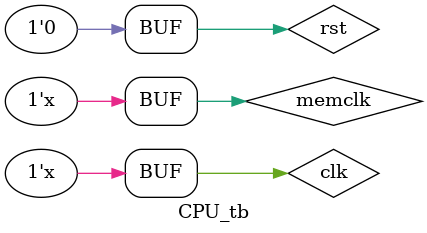
<source format=v>
`timescale 1ns/1ns
module CPU_tb();
reg clk;
reg memclk;
reg rst;

always #(10/2) clk = ~clk;
always #(10/2) memclk = ~memclk;

IrohCPU mycpu(clk, memclk, rst);

initial begin
    rst = 1'b1;
    clk = 1'b0;
    memclk = 1'b0;
    #40
    rst = 1'b0;
end

endmodule

</source>
